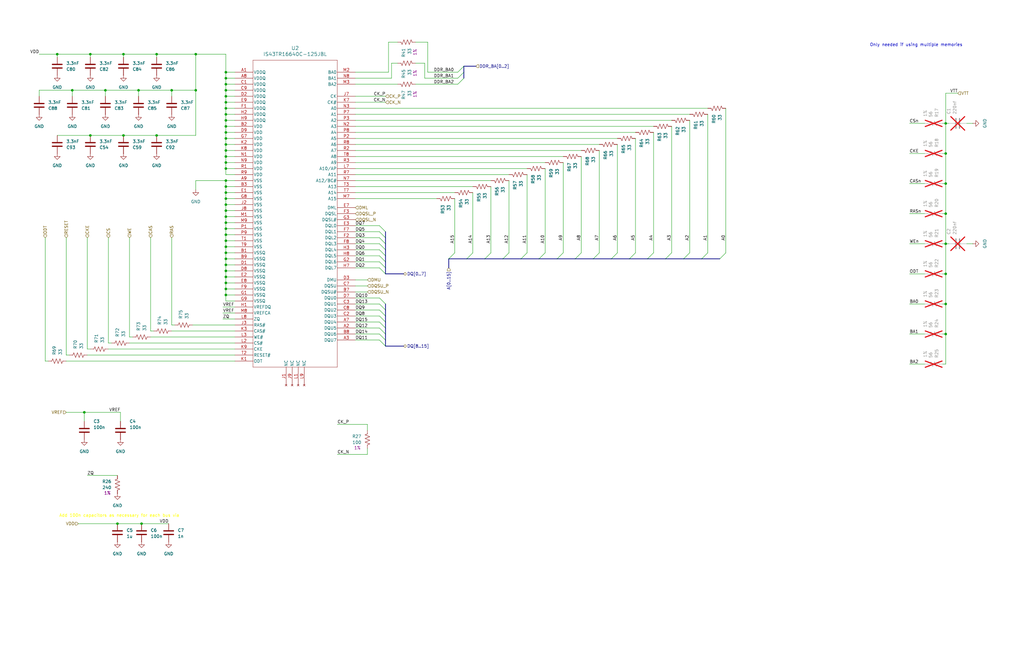
<source format=kicad_sch>
(kicad_sch (version 20231120) (generator "eeschema") (generator_version "8.0")
  (paper "B")
  (junction (at 95.25 111.76))
  (junction (at 95.25 50.8))
  (junction (at 95.25 99.06))
  (junction (at 95.25 83.82))
  (junction (at 95.25 68.58))
  (junction (at 95.25 121.92))
  (junction (at 95.25 106.68))
  (junction (at 95.25 101.6))
  (junction (at 95.25 30.48))
  (junction (at 95.25 40.64))
  (junction (at 72.39 38.1))
  (junction (at 35.56 173.99))
  (junction (at 398.78 115.57))
  (junction (at 95.25 76.2))
  (junction (at 44.45 38.1))
  (junction (at 95.25 78.74))
  (junction (at 38.1 22.86))
  (junction (at 95.25 48.26))
  (junction (at 95.25 96.52))
  (junction (at 30.48 38.1))
  (junction (at 398.78 64.77))
  (junction (at 38.1 57.15))
  (junction (at 95.25 119.38))
  (junction (at 95.25 38.1))
  (junction (at 66.04 22.86))
  (junction (at 95.25 58.42))
  (junction (at 95.25 43.18))
  (junction (at 66.04 57.15))
  (junction (at 95.25 104.14))
  (junction (at 398.78 77.47))
  (junction (at 398.78 90.17))
  (junction (at 95.25 53.34))
  (junction (at 95.25 35.56))
  (junction (at 52.07 22.86))
  (junction (at 95.25 55.88))
  (junction (at 95.25 114.3))
  (junction (at 398.78 140.97))
  (junction (at 95.25 91.44))
  (junction (at 52.07 57.15))
  (junction (at 95.25 33.02))
  (junction (at 95.25 81.28))
  (junction (at 95.25 66.04))
  (junction (at 58.42 38.1))
  (junction (at 398.78 128.27))
  (junction (at 49.53 220.98))
  (junction (at 82.55 22.86))
  (junction (at 95.25 71.12))
  (junction (at 95.25 88.9))
  (junction (at 82.55 38.1))
  (junction (at 398.78 102.87))
  (junction (at 59.69 220.98))
  (junction (at 398.78 52.07))
  (junction (at 95.25 63.5))
  (junction (at 95.25 86.36))
  (junction (at 95.25 124.46))
  (junction (at 95.25 45.72))
  (junction (at 95.25 116.84))
  (junction (at 24.13 22.86))
  (junction (at 95.25 60.96))
  (junction (at 95.25 93.98))
  (junction (at 95.25 109.22))
  (bus_entry (at 250.19 109.22) (size 2.54 -2.54))
  (bus_entry (at 212.09 109.22) (size 2.54 -2.54))
  (bus_entry (at 265.43 109.22) (size 2.54 -2.54))
  (bus_entry (at 162.56 107.95) (size -2.54 -2.54))
  (bus_entry (at 162.56 133.35) (size -2.54 -2.54))
  (bus_entry (at 227.33 109.22) (size 2.54 -2.54))
  (bus_entry (at 196.85 109.22) (size 2.54 -2.54))
  (bus_entry (at 273.05 109.22) (size 2.54 -2.54))
  (bus_entry (at 234.95 109.22) (size 2.54 -2.54))
  (bus_entry (at 162.56 102.87) (size -2.54 -2.54))
  (bus_entry (at 195.58 33.02) (size -2.54 2.54))
  (bus_entry (at 280.67 109.22) (size 2.54 -2.54))
  (bus_entry (at 219.71 109.22) (size 2.54 -2.54))
  (bus_entry (at 242.57 109.22) (size 2.54 -2.54))
  (bus_entry (at 162.56 97.79) (size -2.54 -2.54))
  (bus_entry (at 204.47 109.22) (size 2.54 -2.54))
  (bus_entry (at 195.58 27.94) (size -2.54 2.54))
  (bus_entry (at 162.56 128.27) (size -2.54 -2.54))
  (bus_entry (at 162.56 115.57) (size -2.54 -2.54))
  (bus_entry (at 162.56 143.51) (size -2.54 -2.54))
  (bus_entry (at 303.53 109.22) (size 2.54 -2.54))
  (bus_entry (at 162.56 140.97) (size -2.54 -2.54))
  (bus_entry (at 162.56 130.81) (size -2.54 -2.54))
  (bus_entry (at 162.56 110.49) (size -2.54 -2.54))
  (bus_entry (at 189.23 109.22) (size 2.54 -2.54))
  (bus_entry (at 288.29 109.22) (size 2.54 -2.54))
  (bus_entry (at 162.56 146.05) (size -2.54 -2.54))
  (bus_entry (at 162.56 100.33) (size -2.54 -2.54))
  (bus_entry (at 257.81 109.22) (size 2.54 -2.54))
  (bus_entry (at 162.56 138.43) (size -2.54 -2.54))
  (bus_entry (at 295.91 109.22) (size 2.54 -2.54))
  (bus_entry (at 162.56 105.41) (size -2.54 -2.54))
  (bus_entry (at 195.58 30.48) (size -2.54 2.54))
  (bus_entry (at 162.56 113.03) (size -2.54 -2.54))
  (bus_entry (at 162.56 135.89) (size -2.54 -2.54))
  (bus (pts (xy 162.56 100.33) (xy 162.56 102.87)))
  (wire (pts (xy 82.55 38.1) (xy 82.55 57.15)))
  (wire (pts (xy 163.83 30.48) (xy 149.86 30.48)))
  (wire (pts (xy 95.25 38.1) (xy 95.25 40.64)))
  (wire (pts (xy 149.86 107.95) (xy 160.02 107.95)))
  (wire (pts (xy 95.25 93.98) (xy 95.25 96.52)))
  (wire (pts (xy 397.51 52.07) (xy 398.78 52.07)))
  (wire (pts (xy 95.25 114.3) (xy 99.06 114.3)))
  (wire (pts (xy 397.51 90.17) (xy 398.78 90.17)))
  (wire (pts (xy 52.07 57.15) (xy 66.04 57.15)))
  (wire (pts (xy 267.97 58.42) (xy 267.97 106.68)))
  (wire (pts (xy 95.25 63.5) (xy 95.25 66.04)))
  (wire (pts (xy 398.78 39.37) (xy 398.78 52.07)))
  (wire (pts (xy 95.25 86.36) (xy 99.06 86.36)))
  (wire (pts (xy 165.1 33.02) (xy 149.86 33.02)))
  (wire (pts (xy 95.25 60.96) (xy 99.06 60.96)))
  (wire (pts (xy 398.78 140.97) (xy 398.78 153.67)))
  (wire (pts (xy 38.1 57.15) (xy 52.07 57.15)))
  (wire (pts (xy 95.25 83.82) (xy 99.06 83.82)))
  (bus (pts (xy 162.56 110.49) (xy 162.56 113.03)))
  (bus (pts (xy 227.33 109.22) (xy 234.95 109.22)))
  (wire (pts (xy 95.25 48.26) (xy 99.06 48.26)))
  (wire (pts (xy 95.25 91.44) (xy 99.06 91.44)))
  (wire (pts (xy 95.25 104.14) (xy 99.06 104.14)))
  (wire (pts (xy 72.39 100.33) (xy 72.39 137.16)))
  (wire (pts (xy 154.94 120.65) (xy 149.86 120.65)))
  (wire (pts (xy 95.25 104.14) (xy 95.25 106.68)))
  (wire (pts (xy 36.83 147.32) (xy 38.1 147.32)))
  (bus (pts (xy 288.29 109.22) (xy 295.91 109.22)))
  (bus (pts (xy 162.56 102.87) (xy 162.56 105.41)))
  (wire (pts (xy 72.39 38.1) (xy 82.55 38.1)))
  (wire (pts (xy 154.94 118.11) (xy 149.86 118.11)))
  (wire (pts (xy 383.54 77.47) (xy 389.89 77.47)))
  (wire (pts (xy 27.94 149.86) (xy 29.21 149.86)))
  (wire (pts (xy 398.78 90.17) (xy 398.78 102.87)))
  (wire (pts (xy 82.55 76.2) (xy 82.55 80.01)))
  (wire (pts (xy 149.86 45.72) (xy 298.45 45.72)))
  (wire (pts (xy 95.25 45.72) (xy 95.25 48.26)))
  (wire (pts (xy 95.25 124.46) (xy 99.06 124.46)))
  (wire (pts (xy 95.25 83.82) (xy 95.25 86.36)))
  (bus (pts (xy 162.56 140.97) (xy 162.56 138.43)))
  (bus (pts (xy 162.56 130.81) (xy 162.56 133.35)))
  (wire (pts (xy 99.06 121.92) (xy 95.25 121.92)))
  (wire (pts (xy 398.78 102.87) (xy 400.05 102.87)))
  (wire (pts (xy 149.86 53.34) (xy 275.59 53.34)))
  (wire (pts (xy 179.07 33.02) (xy 179.07 26.67)))
  (wire (pts (xy 81.28 137.16) (xy 99.06 137.16)))
  (wire (pts (xy 50.8 177.8) (xy 50.8 173.99)))
  (wire (pts (xy 30.48 38.1) (xy 16.51 38.1)))
  (wire (pts (xy 149.86 48.26) (xy 290.83 48.26)))
  (wire (pts (xy 30.48 38.1) (xy 30.48 40.64)))
  (wire (pts (xy 95.25 53.34) (xy 95.25 55.88)))
  (wire (pts (xy 95.25 99.06) (xy 99.06 99.06)))
  (wire (pts (xy 149.86 130.81) (xy 160.02 130.81)))
  (wire (pts (xy 149.86 113.03) (xy 160.02 113.03)))
  (wire (pts (xy 149.86 78.74) (xy 199.39 78.74)))
  (wire (pts (xy 149.86 35.56) (xy 167.64 35.56)))
  (wire (pts (xy 179.07 33.02) (xy 193.04 33.02)))
  (wire (pts (xy 38.1 22.86) (xy 38.1 24.13)))
  (wire (pts (xy 95.25 40.64) (xy 95.25 43.18)))
  (wire (pts (xy 63.5 139.7) (xy 64.77 139.7)))
  (wire (pts (xy 95.25 81.28) (xy 95.25 83.82)))
  (bus (pts (xy 212.09 109.22) (xy 219.71 109.22)))
  (wire (pts (xy 95.25 58.42) (xy 95.25 60.96)))
  (wire (pts (xy 383.54 140.97) (xy 389.89 140.97)))
  (wire (pts (xy 16.51 38.1) (xy 16.51 40.64)))
  (wire (pts (xy 180.34 17.78) (xy 180.34 30.48)))
  (wire (pts (xy 383.54 52.07) (xy 389.89 52.07)))
  (wire (pts (xy 95.25 53.34) (xy 99.06 53.34)))
  (wire (pts (xy 149.86 133.35) (xy 160.02 133.35)))
  (wire (pts (xy 27.94 100.33) (xy 27.94 149.86)))
  (wire (pts (xy 398.78 64.77) (xy 398.78 77.47)))
  (wire (pts (xy 383.54 128.27) (xy 389.89 128.27)))
  (wire (pts (xy 154.94 123.19) (xy 149.86 123.19)))
  (wire (pts (xy 397.51 128.27) (xy 398.78 128.27)))
  (wire (pts (xy 407.67 102.87) (xy 410.21 102.87)))
  (wire (pts (xy 397.51 77.47) (xy 398.78 77.47)))
  (wire (pts (xy 167.64 26.67) (xy 165.1 26.67)))
  (wire (pts (xy 95.25 22.86) (xy 95.25 30.48)))
  (wire (pts (xy 383.54 64.77) (xy 389.89 64.77)))
  (bus (pts (xy 162.56 140.97) (xy 162.56 143.51)))
  (wire (pts (xy 95.25 63.5) (xy 99.06 63.5)))
  (wire (pts (xy 149.86 50.8) (xy 283.21 50.8)))
  (wire (pts (xy 149.86 60.96) (xy 252.73 60.96)))
  (wire (pts (xy 95.25 50.8) (xy 99.06 50.8)))
  (wire (pts (xy 44.45 38.1) (xy 44.45 40.64)))
  (wire (pts (xy 95.25 55.88) (xy 99.06 55.88)))
  (wire (pts (xy 35.56 177.8) (xy 35.56 173.99)))
  (wire (pts (xy 199.39 81.28) (xy 199.39 106.68)))
  (wire (pts (xy 154.94 189.23) (xy 154.94 191.77)))
  (wire (pts (xy 95.25 88.9) (xy 95.25 91.44)))
  (wire (pts (xy 398.78 52.07) (xy 400.05 52.07)))
  (wire (pts (xy 95.25 106.68) (xy 99.06 106.68)))
  (wire (pts (xy 397.51 102.87) (xy 398.78 102.87)))
  (wire (pts (xy 49.53 200.66) (xy 36.83 200.66)))
  (wire (pts (xy 72.39 38.1) (xy 72.39 40.64)))
  (wire (pts (xy 149.86 105.41) (xy 160.02 105.41)))
  (bus (pts (xy 162.56 143.51) (xy 162.56 146.05)))
  (wire (pts (xy 95.25 86.36) (xy 95.25 88.9)))
  (wire (pts (xy 95.25 35.56) (xy 95.25 38.1)))
  (wire (pts (xy 298.45 48.26) (xy 298.45 106.68)))
  (wire (pts (xy 45.72 147.32) (xy 99.06 147.32)))
  (bus (pts (xy 273.05 109.22) (xy 280.67 109.22)))
  (wire (pts (xy 397.51 140.97) (xy 398.78 140.97)))
  (wire (pts (xy 149.86 63.5) (xy 245.11 63.5)))
  (wire (pts (xy 95.25 119.38) (xy 95.25 121.92)))
  (wire (pts (xy 95.25 43.18) (xy 95.25 45.72)))
  (wire (pts (xy 93.98 132.08) (xy 99.06 132.08)))
  (wire (pts (xy 290.83 50.8) (xy 290.83 106.68)))
  (wire (pts (xy 95.25 116.84) (xy 99.06 116.84)))
  (wire (pts (xy 82.55 76.2) (xy 95.25 76.2)))
  (wire (pts (xy 99.06 127) (xy 95.25 127)))
  (wire (pts (xy 95.25 35.56) (xy 99.06 35.56)))
  (wire (pts (xy 24.13 22.86) (xy 38.1 22.86)))
  (wire (pts (xy 214.63 76.2) (xy 214.63 106.68)))
  (wire (pts (xy 149.86 140.97) (xy 160.02 140.97)))
  (bus (pts (xy 295.91 109.22) (xy 303.53 109.22)))
  (wire (pts (xy 19.05 100.33) (xy 19.05 152.4)))
  (bus (pts (xy 162.56 135.89) (xy 162.56 138.43)))
  (wire (pts (xy 95.25 109.22) (xy 99.06 109.22)))
  (wire (pts (xy 245.11 66.04) (xy 245.11 106.68)))
  (wire (pts (xy 72.39 137.16) (xy 73.66 137.16)))
  (bus (pts (xy 170.18 146.05) (xy 162.56 146.05)))
  (wire (pts (xy 95.25 96.52) (xy 99.06 96.52)))
  (wire (pts (xy 16.51 22.86) (xy 24.13 22.86)))
  (wire (pts (xy 149.86 97.79) (xy 160.02 97.79)))
  (wire (pts (xy 149.86 143.51) (xy 160.02 143.51)))
  (wire (pts (xy 95.25 93.98) (xy 99.06 93.98)))
  (wire (pts (xy 95.25 66.04) (xy 99.06 66.04)))
  (wire (pts (xy 283.21 53.34) (xy 283.21 106.68)))
  (wire (pts (xy 149.86 58.42) (xy 260.35 58.42)))
  (wire (pts (xy 95.25 99.06) (xy 95.25 101.6)))
  (wire (pts (xy 95.25 45.72) (xy 99.06 45.72)))
  (wire (pts (xy 36.83 149.86) (xy 99.06 149.86)))
  (wire (pts (xy 149.86 73.66) (xy 214.63 73.66)))
  (wire (pts (xy 71.12 220.98) (xy 59.69 220.98)))
  (bus (pts (xy 162.56 97.79) (xy 162.56 100.33)))
  (wire (pts (xy 95.25 127) (xy 95.25 124.46)))
  (wire (pts (xy 95.25 55.88) (xy 95.25 58.42)))
  (wire (pts (xy 95.25 101.6) (xy 99.06 101.6)))
  (wire (pts (xy 149.86 102.87) (xy 160.02 102.87)))
  (wire (pts (xy 149.86 110.49) (xy 160.02 110.49)))
  (wire (pts (xy 163.83 30.48) (xy 163.83 17.78)))
  (wire (pts (xy 95.25 101.6) (xy 95.25 104.14)))
  (wire (pts (xy 163.83 17.78) (xy 167.64 17.78)))
  (bus (pts (xy 162.56 128.27) (xy 162.56 130.81)))
  (wire (pts (xy 149.86 71.12) (xy 222.25 71.12)))
  (wire (pts (xy 95.25 71.12) (xy 99.06 71.12)))
  (wire (pts (xy 52.07 22.86) (xy 52.07 24.13)))
  (wire (pts (xy 66.04 57.15) (xy 82.55 57.15)))
  (wire (pts (xy 27.94 152.4) (xy 99.06 152.4)))
  (bus (pts (xy 200.66 27.94) (xy 195.58 27.94)))
  (wire (pts (xy 275.59 55.88) (xy 275.59 106.68)))
  (wire (pts (xy 95.25 68.58) (xy 99.06 68.58)))
  (wire (pts (xy 36.83 100.33) (xy 36.83 147.32)))
  (wire (pts (xy 160.02 138.43) (xy 149.86 138.43)))
  (wire (pts (xy 44.45 38.1) (xy 30.48 38.1)))
  (wire (pts (xy 149.86 68.58) (xy 229.87 68.58)))
  (wire (pts (xy 58.42 38.1) (xy 72.39 38.1)))
  (wire (pts (xy 95.25 109.22) (xy 95.25 111.76)))
  (bus (pts (xy 242.57 109.22) (xy 250.19 109.22)))
  (wire (pts (xy 397.51 115.57) (xy 398.78 115.57)))
  (wire (pts (xy 63.5 100.33) (xy 63.5 139.7)))
  (bus (pts (xy 219.71 109.22) (xy 227.33 109.22)))
  (wire (pts (xy 175.26 17.78) (xy 180.34 17.78)))
  (bus (pts (xy 195.58 30.48) (xy 195.58 33.02)))
  (wire (pts (xy 160.02 135.89) (xy 149.86 135.89)))
  (wire (pts (xy 95.25 91.44) (xy 95.25 93.98)))
  (wire (pts (xy 95.25 50.8) (xy 95.25 53.34)))
  (wire (pts (xy 149.86 100.33) (xy 160.02 100.33)))
  (wire (pts (xy 165.1 26.67) (xy 165.1 33.02)))
  (wire (pts (xy 95.25 119.38) (xy 99.06 119.38)))
  (wire (pts (xy 149.86 125.73) (xy 160.02 125.73)))
  (wire (pts (xy 99.06 73.66) (xy 95.25 73.66)))
  (wire (pts (xy 397.51 153.67) (xy 398.78 153.67)))
  (wire (pts (xy 383.54 115.57) (xy 389.89 115.57)))
  (wire (pts (xy 93.98 129.54) (xy 99.06 129.54)))
  (wire (pts (xy 95.25 96.52) (xy 95.25 99.06)))
  (wire (pts (xy 95.25 71.12) (xy 95.25 73.66)))
  (wire (pts (xy 95.25 60.96) (xy 95.25 63.5)))
  (wire (pts (xy 95.25 33.02) (xy 95.25 35.56)))
  (wire (pts (xy 99.06 76.2) (xy 95.25 76.2)))
  (wire (pts (xy 95.25 106.68) (xy 95.25 109.22)))
  (wire (pts (xy 237.49 68.58) (xy 237.49 106.68)))
  (wire (pts (xy 52.07 22.86) (xy 66.04 22.86)))
  (wire (pts (xy 222.25 73.66) (xy 222.25 106.68)))
  (bus (pts (xy 195.58 27.94) (xy 195.58 30.48)))
  (wire (pts (xy 44.45 38.1) (xy 58.42 38.1)))
  (bus (pts (xy 280.67 109.22) (xy 288.29 109.22)))
  (wire (pts (xy 154.94 181.61) (xy 154.94 179.07)))
  (wire (pts (xy 54.61 144.78) (xy 99.06 144.78)))
  (wire (pts (xy 95.25 66.04) (xy 95.25 68.58)))
  (wire (pts (xy 397.51 64.77) (xy 398.78 64.77)))
  (wire (pts (xy 398.78 128.27) (xy 398.78 140.97)))
  (wire (pts (xy 58.42 40.64) (xy 58.42 38.1)))
  (wire (pts (xy 398.78 77.47) (xy 398.78 90.17)))
  (bus (pts (xy 170.18 115.57) (xy 162.56 115.57)))
  (wire (pts (xy 45.72 144.78) (xy 46.99 144.78)))
  (wire (pts (xy 398.78 52.07) (xy 398.78 64.77)))
  (bus (pts (xy 189.23 113.03) (xy 189.23 109.22)))
  (bus (pts (xy 162.56 107.95) (xy 162.56 110.49)))
  (wire (pts (xy 175.26 35.56) (xy 193.04 35.56)))
  (wire (pts (xy 95.25 88.9) (xy 99.06 88.9)))
  (wire (pts (xy 95.25 81.28) (xy 99.06 81.28)))
  (bus (pts (xy 162.56 105.41) (xy 162.56 107.95)))
  (bus (pts (xy 204.47 109.22) (xy 212.09 109.22)))
  (wire (pts (xy 54.61 100.33) (xy 54.61 142.24)))
  (bus (pts (xy 162.56 113.03) (xy 162.56 115.57)))
  (bus (pts (xy 196.85 109.22) (xy 204.47 109.22)))
  (wire (pts (xy 95.25 38.1) (xy 99.06 38.1)))
  (wire (pts (xy 142.24 179.07) (xy 154.94 179.07)))
  (bus (pts (xy 250.19 109.22) (xy 257.81 109.22)))
  (wire (pts (xy 260.35 60.96) (xy 260.35 106.68)))
  (wire (pts (xy 82.55 22.86) (xy 95.25 22.86)))
  (bus (pts (xy 162.56 133.35) (xy 162.56 135.89)))
  (wire (pts (xy 24.13 22.86) (xy 24.13 24.13)))
  (wire (pts (xy 72.39 139.7) (xy 99.06 139.7)))
  (wire (pts (xy 95.25 76.2) (xy 95.25 78.74)))
  (wire (pts (xy 407.67 52.07) (xy 410.21 52.07)))
  (wire (pts (xy 95.25 78.74) (xy 99.06 78.74)))
  (wire (pts (xy 149.86 81.28) (xy 191.77 81.28)))
  (wire (pts (xy 95.25 68.58) (xy 95.25 71.12)))
  (wire (pts (xy 49.53 220.98) (xy 59.69 220.98)))
  (wire (pts (xy 63.5 142.24) (xy 99.06 142.24)))
  (wire (pts (xy 95.25 30.48) (xy 95.25 33.02)))
  (wire (pts (xy 54.61 142.24) (xy 55.88 142.24)))
  (wire (pts (xy 66.04 22.86) (xy 66.04 24.13)))
  (wire (pts (xy 33.02 220.98) (xy 49.53 220.98)))
  (wire (pts (xy 27.94 173.99) (xy 35.56 173.99)))
  (wire (pts (xy 95.25 78.74) (xy 95.25 81.28)))
  (wire (pts (xy 45.72 100.33) (xy 45.72 144.78)))
  (wire (pts (xy 19.05 152.4) (xy 20.32 152.4)))
  (bus (pts (xy 234.95 109.22) (xy 242.57 109.22)))
  (wire (pts (xy 162.56 43.18) (xy 149.86 43.18)))
  (wire (pts (xy 398.78 102.87) (xy 398.78 115.57)))
  (wire (pts (xy 50.8 173.99) (xy 35.56 173.99)))
  (wire (pts (xy 398.78 115.57) (xy 398.78 128.27)))
  (wire (pts (xy 383.54 102.87) (xy 389.89 102.87)))
  (wire (pts (xy 383.54 90.17) (xy 389.89 90.17)))
  (bus (pts (xy 189.23 109.22) (xy 196.85 109.22)))
  (wire (pts (xy 95.25 116.84) (xy 95.25 119.38)))
  (wire (pts (xy 162.56 40.64) (xy 149.86 40.64)))
  (wire (pts (xy 95.25 43.18) (xy 99.06 43.18)))
  (wire (pts (xy 95.25 111.76) (xy 95.25 114.3)))
  (wire (pts (xy 95.25 40.64) (xy 99.06 40.64)))
  (wire (pts (xy 142.24 191.77) (xy 154.94 191.77)))
  (wire (pts (xy 149.86 95.25) (xy 160.02 95.25)))
  (wire (pts (xy 149.86 128.27) (xy 160.02 128.27)))
  (wire (pts (xy 66.04 22.86) (xy 82.55 22.86)))
  (wire (pts (xy 252.73 63.5) (xy 252.73 106.68)))
  (wire (pts (xy 24.13 57.15) (xy 38.1 57.15)))
  (bus (pts (xy 257.81 109.22) (xy 265.43 109.22)))
  (bus (pts (xy 265.43 109.22) (xy 273.05 109.22)))
  (wire (pts (xy 229.87 71.12) (xy 229.87 106.68)))
  (wire (pts (xy 191.77 83.82) (xy 191.77 106.68)))
  (wire (pts (xy 149.86 83.82) (xy 184.15 83.82)))
  (wire (pts (xy 38.1 22.86) (xy 52.07 22.86)))
  (wire (pts (xy 82.55 22.86) (xy 82.55 38.1)))
  (wire (pts (xy 180.34 30.48) (xy 193.04 30.48)))
  (wire (pts (xy 149.86 76.2) (xy 207.01 76.2)))
  (wire (pts (xy 95.25 48.26) (xy 95.25 50.8)))
  (wire (pts (xy 95.25 121.92) (xy 95.25 124.46)))
  (wire (pts (xy 306.07 45.72) (xy 306.07 106.68)))
  (wire (pts (xy 383.54 153.67) (xy 389.89 153.67)))
  (wire (pts (xy 95.25 58.42) (xy 99.06 58.42)))
  (wire (pts (xy 95.25 30.48) (xy 99.06 30.48)))
  (wire (pts (xy 398.78 39.37) (xy 403.86 39.37)))
  (wire (pts (xy 179.07 26.67) (xy 175.26 26.67)))
  (wire (pts (xy 93.98 134.62) (xy 99.06 134.62)))
  (wire (pts (xy 207.01 78.74) (xy 207.01 106.68)))
  (wire (pts (xy 95.25 33.02) (xy 99.06 33.02)))
  (wire (pts (xy 95.25 111.76) (xy 99.06 111.76)))
  (wire (pts (xy 149.86 66.04) (xy 237.49 66.04)))
  (wire (pts (xy 149.86 55.88) (xy 267.97 55.88)))
  (wire (pts (xy 95.25 114.3) (xy 95.25 116.84)))
  (text "Add 100n capacitors as necessary for each bus via" (at 50.292 217.678 0) (effects (font (size 1.27 1.27))))
  (text "Only needed if using multiple memories" (at 386.334 19.05 0) (effects (font (size 1.27 1.27))))
  (label "DQ15" (at 149.86 135.89 0))
  (label "DQ14" (at 149.86 140.97 0))
  (label "DQ4" (at 149.86 102.87 0))
  (label "A14" (at 199.39 99.06 270))
  (label "BA0" (at 383.54 128.27 0))
  (label "VDD" (at 71.12 220.98 180))
  (label "WEn" (at 383.54 102.87 0))
  (label "CSn" (at 383.54 52.07 0))
  (label "A5" (at 267.97 99.06 270))
  (label "A13" (at 207.01 99.06 270))
  (label "A12" (at 214.63 99.06 270))
  (label "CKE" (at 383.54 64.77 0))
  (label "VREF" (at 93.98 129.54 0))
  (label "DQ6" (at 149.86 107.95 0))
  (label "DDR_BA1" (at 182.88 33.02 0))
  (label "A6" (at 260.35 99.06 270))
  (label "CASn" (at 383.54 77.47 0))
  (label "BA1" (at 383.54 140.97 0))
  (label "DQ2" (at 149.86 113.03 0))
  (label "RASn" (at 383.54 90.17 0))
  (label "BA2" (at 383.54 153.67 0))
  (label "DQ11" (at 149.86 143.51 0))
  (label "CK_N" (at 142.24 191.77 0))
  (label "ZQ" (at 93.98 134.62 0))
  (label "ODT" (at 383.54 115.57 0))
  (label "A1" (at 298.45 99.06 270))
  (label "VREF" (at 50.8 173.99 180))
  (label "ZQ" (at 36.83 200.66 0))
  (label "DQ7" (at 149.86 95.25 0))
  (label "CK_N" (at 162.56 43.18 180))
  (label "DQ3" (at 149.86 100.33 0))
  (label "DQ10" (at 149.86 125.73 0))
  (label "DQ8" (at 149.86 133.35 0))
  (label "VTT" (at 403.86 39.37 180))
  (label "VREF" (at 93.98 132.08 0))
  (label "A11" (at 222.25 99.06 270))
  (label "A7" (at 252.73 99.06 270))
  (label "A15" (at 191.77 99.06 270))
  (label "A10" (at 229.87 99.06 270))
  (label "A4" (at 275.59 99.06 270))
  (label "DQ1" (at 149.86 110.49 0))
  (label "A8" (at 245.11 99.06 270))
  (label "DQ5" (at 149.86 97.79 0))
  (label "A2" (at 290.83 99.06 270))
  (label "DQ9" (at 149.86 130.81 0))
  (label "A0" (at 306.07 99.06 270))
  (label "A3" (at 283.21 99.06 270))
  (label "CK_P" (at 142.24 179.07 0))
  (label "DQ0" (at 149.86 105.41 0))
  (label "A9" (at 237.49 99.06 270))
  (label "DDR_BA0" (at 182.88 30.48 0))
  (label "VDD" (at 16.51 22.86 180))
  (label "DQ13" (at 149.86 128.27 0))
  (label "DDR_BA2" (at 182.88 35.56 0))
  (label "CK_P" (at 162.56 40.64 180))
  (label "DQ12" (at 149.86 138.43 0))
  (hierarchical_label "DQ[0..7]" (shape bidirectional) (at 170.18 115.57 0))
  (hierarchical_label "DQSU_N" (shape input) (at 154.94 123.19 0))
  (hierarchical_label "A[0..15]" (shape input) (at 189.23 113.03 270))
  (hierarchical_label "RAS" (shape input) (at 72.39 100.33 90))
  (hierarchical_label "CKE" (shape input) (at 36.83 100.33 90))
  (hierarchical_label "WE" (shape input) (at 54.61 100.33 90))
  (hierarchical_label "DMU" (shape input) (at 154.94 118.11 0))
  (hierarchical_label "DQSL_N" (shape input) (at 149.86 92.71 0))
  (hierarchical_label "DQSL_P" (shape input) (at 149.86 90.17 0))
  (hierarchical_label "CS" (shape input) (at 45.72 100.33 90))
  (hierarchical_label "VTT" (shape input) (at 403.86 39.37 0))
  (hierarchical_label "ODT" (shape input) (at 19.05 100.33 90))
  (hierarchical_label "VDD" (shape input) (at 33.02 220.98 180))
  (hierarchical_label "DQSU_P" (shape input) (at 154.94 120.65 0))
  (hierarchical_label "DDR_BA[0..2]" (shape input) (at 200.66 27.94 0))
  (hierarchical_label "CK_N" (shape input) (at 162.56 43.18 0))
  (hierarchical_label "CK_P" (shape input) (at 162.56 40.64 0))
  (hierarchical_label "DQ[8..15]" (shape bidirectional) (at 170.18 146.05 0))
  (hierarchical_label "VREF" (shape input) (at 27.94 173.99 180))
  (hierarchical_label "DML" (shape input) (at 149.86 87.63 0))
  (hierarchical_label "RESET" (shape input) (at 27.94 100.33 90))
  (hierarchical_label "CAS" (shape input) (at 63.5 100.33 90))
  (symbol (lib_id "power:GND") (at 38.1 31.75 0) (unit 1)
    (property "Reference" "#PWR060" (effects (hide yes)))
    (property "Value" "GND" (at 38.1 36.83 0))
    (property "Description" "Power symbol creates a global label with name \"GND\" , ground" (effects (hide yes)))
  )
  (symbol (lib_id "power:GND") (at 66.04 64.77 0) (unit 1)
    (property "Reference" "#PWR0147" (effects (hide yes)))
    (property "Value" "GND" (at 66.04 69.85 0))
    (property "Description" "Power symbol creates a global label with name \"GND\" , ground" (effects (hide yes)))
  )
  (symbol (lib_id "SparkFun-Capacitor:C") (at 403.86 102.87 90) (unit 1) (on_board no) (dnp yes)
    (property "Reference" "C2" (at 400.0499 99.06 0) (effects (justify left)))
    (property "Value" "220nf" (at 402.5899 99.06 0) (effects (justify left)))
    (property "Footprint" "TBD" (effects (hide yes)))
    (property "Description" "Unpolarized capacitor" (effects (hide yes)))
    (property "PROD_ID" "CAP-00000" (effects (hide yes)))
  )
  (symbol (lib_id "SparkFun-Capacitor:C") (at 16.51 44.45 0) (unit 1)
    (property "Reference" "C88" (at 20.32 45.72 0) (effects (justify left)))
    (property "Value" "3.3nF" (at 20.32 43.1799 0) (effects (justify left)))
    (property "Footprint" "Capacitor_SMD:C_0201_0603Metric" (effects (hide yes)))
  )
  (symbol (lib_id "SparkFun-Resistor:R") (at 187.96 83.82 0) (mirror y) (unit 1)
    (property "Reference" "R53" (at 186.6899 86.36 90) (effects (justify right)))
    (property "Value" "33" (at 189.2299 86.36 90) (effects (justify right)))
    (property "Footprint" "Resistor_SMD:R_0402_1005Metric" (effects (hide yes)))
    (property "Description" "Resistor" (effects (hide yes)))
    (property "Precision" "1%" (effects (hide yes)))
  )
  (symbol (lib_id "SparkFun-Resistor:R") (at 393.7 128.27 0) (mirror x) (unit 1) (on_board no) (dnp yes)
    (property "Reference" "R23" (at 394.9701 125.73 90) (effects (justify right)))
    (property "Value" "56" (at 392.4301 125.73 90) (effects (justify right)))
    (property "Description" "Resistor" (effects (hide yes)))
    (property "Precision" "1%" (at 390.144 125.476 90) (effects (justify right)))
  )
  (symbol (lib_id "SparkFun-Resistor:R") (at 287.02 50.8 0) (mirror y) (unit 1)
    (property "Reference" "R62" (at 285.7499 53.34 90) (effects (justify right)))
    (property "Value" "33" (at 288.2899 53.34 90) (effects (justify right)))
    (property "Footprint" "Resistor_SMD:R_0402_1005Metric" (effects (hide yes)))
    (property "Description" "Resistor" (effects (hide yes)))
    (property "Precision" "1%" (effects (hide yes)))
  )
  (symbol (lib_id "power:GND") (at 16.51 48.26 0) (unit 1)
    (property "Reference" "#PWR0252" (effects (hide yes)))
    (property "Value" "GND" (at 16.51 53.34 0))
    (property "Description" "Power symbol creates a global label with name \"GND\" , ground" (effects (hide yes)))
  )
  (symbol (lib_id "SparkFun-Capacitor:C") (at 38.1 27.94 0) (unit 1)
    (property "Reference" "C82" (at 41.91 29.21 0) (effects (justify left)))
    (property "Value" "3.3nF" (at 41.91 26.6699 0) (effects (justify left)))
    (property "Footprint" "Capacitor_SMD:C_0201_0603Metric" (effects (hide yes)))
  )
  (symbol (lib_id "SparkFun-Capacitor:C") (at 403.86 52.07 90) (unit 1) (on_board no) (dnp yes)
    (property "Reference" "C1" (at 400.0499 48.26 0) (effects (justify left)))
    (property "Value" "220nf" (at 402.5899 48.26 0) (effects (justify left)))
    (property "Footprint" "TBD" (effects (hide yes)))
    (property "Description" "Unpolarized capacitor" (effects (hide yes)))
    (property "PROD_ID" "CAP-00000" (effects (hide yes)))
  )
  (symbol (lib_id "SparkFun-Capacitor:C") (at 35.56 181.61 0) (unit 1)
    (property "Reference" "C3" (at 39.37 177.7999 0) (effects (justify left)))
    (property "Value" "100n" (at 39.37 180.3399 0) (effects (justify left)))
    (property "Footprint" "Capacitor_SMD:C_0201_0603Metric" (effects (hide yes)))
    (property "Description" "Unpolarized capacitor" (effects (hide yes)))
    (property "PROD_ID" "CAP-00000" (effects (hide yes)))
  )
  (symbol (lib_id "SparkFun-Capacitor:C") (at 49.53 224.79 0) (unit 1)
    (property "Reference" "C5" (at 53.34 223.774 0) (effects (justify left)))
    (property "Value" "1u" (at 53.34 226.314 0) (effects (justify left)))
    (property "Footprint" "Capacitor_SMD:C_0402_1005Metric" (effects (hide yes)))
    (property "Datasheet" "https://cdn.sparkfun.com/assets/8/a/4/a/5/Kemet_Capacitor_Datasheet.pdf" (effects (hide yes)))
    (property "Description" "Unpolarized capacitor" (effects (hide yes)))
    (property "PROD_ID" "CAP-00000" (effects (hide yes)))
  )
  (symbol (lib_id "power:GND") (at 410.21 102.87 90) (unit 1)
    (property "Reference" "#PWR056" (effects (hide yes)))
    (property "Value" "GND" (at 415.29 102.87 0))
    (property "Description" "Power symbol creates a global label with name \"GND\" , ground" (effects (hide yes)))
  )
  (symbol (lib_id "SparkFun-Resistor:R") (at 171.45 17.78 0) (mirror y) (unit 1)
    (property "Reference" "R41" (at 170.1799 20.32 90) (effects (justify right)))
    (property "Value" "33" (at 172.7199 20.32 90) (effects (justify right)))
    (property "Footprint" "Resistor_SMD:R_0201_0603Metric" (effects (hide yes)))
    (property "Description" "Resistor" (effects (hide yes)))
    (property "Precision" "1%" (at 175.006 20.574 90) (effects (justify right)))
  )
  (symbol (lib_id "SparkFun-Resistor:R") (at 302.26 45.72 0) (mirror y) (unit 1)
    (property "Reference" "R60" (at 300.9899 48.26 90) (effects (justify right)))
    (property "Value" "33" (at 303.5299 48.26 90) (effects (justify right)))
    (property "Footprint" "Resistor_SMD:R_0402_1005Metric" (effects (hide yes)))
    (property "Description" "Resistor" (effects (hide yes)))
    (property "Precision" "1%" (effects (hide yes)))
  )
  (symbol (lib_id "SparkFun-Resistor:R") (at 226.06 71.12 0) (mirror y) (unit 1)
    (property "Reference" "R58" (at 224.7899 73.66 90) (effects (justify right)))
    (property "Value" "33" (at 227.3299 73.66 90) (effects (justify right)))
    (property "Footprint" "Resistor_SMD:R_0402_1005Metric" (effects (hide yes)))
    (property "Description" "Resistor" (effects (hide yes)))
    (property "Precision" "1%" (effects (hide yes)))
  )
  (symbol (lib_id "SparkFun-Capacitor:C") (at 66.04 27.94 0) (unit 1)
    (property "Reference" "C86" (at 69.85 29.21 0) (effects (justify left)))
    (property "Value" "3.3nF" (at 69.85 26.6699 0) (effects (justify left)))
    (property "Footprint" "Capacitor_SMD:C_0201_0603Metric" (effects (hide yes)))
  )
  (symbol (lib_id "SparkFun-Capacitor:C") (at 59.69 224.79 0) (unit 1)
    (property "Reference" "C6" (at 63.5 223.774 0) (effects (justify left)))
    (property "Value" "100n" (at 63.5 226.314 0) (effects (justify left)))
    (property "Footprint" "Capacitor_SMD:C_0402_1005Metric" (effects (hide yes)))
    (property "Description" "Unpolarized capacitor" (effects (hide yes)))
    (property "PROD_ID" "CAP-00000" (effects (hide yes)))
  )
  (symbol (lib_id "power:GND") (at 66.04 31.75 0) (unit 1)
    (property "Reference" "#PWR0247" (effects (hide yes)))
    (property "Value" "GND" (at 66.04 36.83 0))
    (property "Description" "Power symbol creates a global label with name \"GND\" , ground" (effects (hide yes)))
  )
  (symbol (lib_id "SparkFun-Resistor:R") (at 210.82 76.2 0) (mirror y) (unit 1)
    (property "Reference" "R56" (at 209.5499 78.74 90) (effects (justify right)))
    (property "Value" "33" (at 212.0899 78.74 90) (effects (justify right)))
    (property "Footprint" "Resistor_SMD:R_0402_1005Metric" (effects (hide yes)))
    (property "Description" "Resistor" (effects (hide yes)))
    (property "Precision" "1%" (effects (hide yes)))
  )
  (symbol (lib_id "SparkFun-Resistor:R") (at 233.68 68.58 0) (mirror y) (unit 1)
    (property "Reference" "R59" (at 232.4099 71.12 90) (effects (justify right)))
    (property "Value" "33" (at 234.9499 71.12 90) (effects (justify right)))
    (property "Footprint" "Resistor_SMD:R_0402_1005Metric" (effects (hide yes)))
    (property "Description" "Resistor" (effects (hide yes)))
    (property "Precision" "1%" (effects (hide yes)))
  )
  (symbol (lib_id "SparkFun-Resistor:R") (at 68.58 139.7 180) (unit 1)
    (property "Reference" "R74" (at 67.3099 137.16 90) (effects (justify right)))
    (property "Value" "33" (at 69.8499 137.16 90) (effects (justify right)))
    (property "Footprint" "Resistor_SMD:R_0402_1005Metric" (effects (hide yes)))
    (property "Description" "Resistor" (effects (hide yes)))
    (property "Precision" "1%" (effects (hide yes)))
  )
  (symbol (lib_id "SparkFun-Resistor:R") (at 195.58 81.28 0) (mirror y) (unit 1)
    (property "Reference" "R54" (at 194.3099 83.82 90) (effects (justify right)))
    (property "Value" "33" (at 196.8499 83.82 90) (effects (justify right)))
    (property "Footprint" "Resistor_SMD:R_0402_1005Metric" (effects (hide yes)))
    (property "Description" "Resistor" (effects (hide yes)))
    (property "Precision" "1%" (effects (hide yes)))
  )
  (symbol (lib_id "SparkFun-Resistor:R") (at 271.78 55.88 0) (mirror y) (unit 1)
    (property "Reference" "R64" (at 270.5099 58.42 90) (effects (justify right)))
    (property "Value" "33" (at 273.0499 58.42 90) (effects (justify right)))
    (property "Footprint" "Resistor_SMD:R_0402_1005Metric" (effects (hide yes)))
    (property "Description" "Resistor" (effects (hide yes)))
    (property "Precision" "1%" (effects (hide yes)))
  )
  (symbol (lib_id "power:GND") (at 71.12 228.6 0) (unit 1)
    (property "Reference" "#PWR064" (effects (hide yes)))
    (property "Value" "GND" (at 71.12 233.68 0))
    (property "Description" "Power symbol creates a global label with name \"GND\" , ground" (effects (hide yes)))
  )
  (symbol (lib_id "power:GND") (at 59.69 228.6 0) (unit 1)
    (property "Reference" "#PWR063" (effects (hide yes)))
    (property "Value" "GND" (at 59.69 233.68 0))
    (property "Description" "Power symbol creates a global label with name \"GND\" , ground" (effects (hide yes)))
  )
  (symbol (lib_id "power:GND") (at 52.07 64.77 0) (unit 1)
    (property "Reference" "#PWR093" (effects (hide yes)))
    (property "Value" "GND" (at 52.07 69.85 0))
    (property "Description" "Power symbol creates a global label with name \"GND\" , ground" (effects (hide yes)))
  )
  (symbol (lib_id "power:GND") (at 72.39 48.26 0) (unit 1)
    (property "Reference" "#PWR0248" (effects (hide yes)))
    (property "Value" "GND" (at 72.39 53.34 0))
    (property "Description" "Power symbol creates a global label with name \"GND\" , ground" (effects (hide yes)))
  )
  (symbol (lib_id "SparkFun-Resistor:R") (at 393.7 77.47 0) (mirror x) (unit 1) (on_board no) (dnp yes)
    (property "Reference" "R19" (at 394.9701 74.93 90) (effects (justify right)))
    (property "Value" "56" (at 392.4301 74.93 90) (effects (justify right)))
    (property "Description" "Resistor" (effects (hide yes)))
    (property "Precision" "1%" (at 390.144 74.676 90) (effects (justify right)))
  )
  (symbol (lib_id "SparkFun-Resistor:R") (at 264.16 58.42 0) (mirror y) (unit 1)
    (property "Reference" "R65" (at 262.8899 60.96 90) (effects (justify right)))
    (property "Value" "33" (at 265.4299 60.96 90) (effects (justify right)))
    (property "Footprint" "Resistor_SMD:R_0402_1005Metric" (effects (hide yes)))
    (property "Description" "Resistor" (effects (hide yes)))
    (property "Precision" "1%" (effects (hide yes)))
  )
  (symbol (lib_id "SparkFun-Resistor:R") (at 203.2 78.74 0) (mirror y) (unit 1)
    (property "Reference" "R55" (at 201.9299 81.28 90) (effects (justify right)))
    (property "Value" "33" (at 204.4699 81.28 90) (effects (justify right)))
    (property "Footprint" "Resistor_SMD:R_0402_1005Metric" (effects (hide yes)))
    (property "Description" "Resistor" (effects (hide yes)))
    (property "Precision" "1%" (effects (hide yes)))
  )
  (symbol (lib_id "SparkFun-Resistor:R") (at 248.92 63.5 0) (mirror y) (unit 1)
    (property "Reference" "R68" (at 247.6499 66.04 90) (effects (justify right)))
    (property "Value" "33" (at 250.1899 66.04 90) (effects (justify right)))
    (property "Footprint" "Resistor_SMD:R_0402_1005Metric" (effects (hide yes)))
    (property "Description" "Resistor" (effects (hide yes)))
    (property "Precision" "1%" (effects (hide yes)))
  )
  (symbol (lib_id "SparkFun-Resistor:R") (at 24.13 152.4 180) (unit 1)
    (property "Reference" "R69" (at 22.8599 149.86 90) (effects (justify right)))
    (property "Value" "33" (at 25.3999 149.86 90) (effects (justify right)))
    (property "Footprint" "Resistor_SMD:R_0402_1005Metric" (effects (hide yes)))
    (property "Description" "Resistor" (effects (hide yes)))
    (property "Precision" "1%" (effects (hide yes)))
  )
  (symbol (lib_id "SparkFun-Capacitor:C") (at 38.1 60.96 0) (unit 1)
    (property "Reference" "C54" (at 41.91 62.23 0) (effects (justify left)))
    (property "Value" "3.3nF" (at 41.91 59.6899 0) (effects (justify left)))
    (property "Footprint" "Capacitor_SMD:C_0201_0603Metric" (effects (hide yes)))
  )
  (symbol (lib_id "power:GND") (at 24.13 31.75 0) (unit 1)
    (property "Reference" "#PWR059" (effects (hide yes)))
    (property "Value" "GND" (at 24.13 36.83 0))
    (property "Description" "Power symbol creates a global label with name \"GND\" , ground" (effects (hide yes)))
  )
  (symbol (lib_id "SparkFun-Resistor:R") (at 393.7 102.87 0) (mirror x) (unit 1) (on_board no) (dnp yes)
    (property "Reference" "R21" (at 394.9701 100.33 90) (effects (justify right)))
    (property "Value" "56" (at 392.4301 100.33 90) (effects (justify right)))
    (property "Description" "Resistor" (effects (hide yes)))
    (property "Precision" "1%" (at 390.144 100.076 90) (effects (justify right)))
  )
  (symbol (lib_id "SparkFun-Resistor:R") (at 241.3 66.04 0) (mirror y) (unit 1)
    (property "Reference" "R67" (at 240.0299 68.58 90) (effects (justify right)))
    (property "Value" "33" (at 242.5699 68.58 90) (effects (justify right)))
    (property "Footprint" "Resistor_SMD:R_0402_1005Metric" (effects (hide yes)))
    (property "Description" "Resistor" (effects (hide yes)))
    (property "Precision" "1%" (effects (hide yes)))
  )
  (symbol (lib_id "power:GND") (at 410.21 52.07 90) (unit 1)
    (property "Reference" "#PWR055" (effects (hide yes)))
    (property "Value" "GND" (at 415.29 52.07 0))
    (property "Description" "Power symbol creates a global label with name \"GND\" , ground" (effects (hide yes)))
  )
  (symbol (lib_id "SparkFun-Resistor:R") (at 171.45 26.67 0) (mirror y) (unit 1)
    (property "Reference" "R45" (at 170.1799 29.21 90) (effects (justify right)))
    (property "Value" "33" (at 172.7199 29.21 90) (effects (justify right)))
    (property "Footprint" "Resistor_SMD:R_0201_0603Metric" (effects (hide yes)))
    (property "Description" "Resistor" (effects (hide yes)))
    (property "Precision" "1%" (at 175.006 29.464 90) (effects (justify right)))
  )
  (symbol (lib_id "SparkFun-Resistor:R") (at 59.69 142.24 180) (unit 1)
    (property "Reference" "R73" (at 58.4199 139.7 90) (effects (justify right)))
    (property "Value" "33" (at 60.9599 139.7 90) (effects (justify right)))
    (property "Footprint" "Resistor_SMD:R_0402_1005Metric" (effects (hide yes)))
    (property "Description" "Resistor" (effects (hide yes)))
    (property "Precision" "1%" (effects (hide yes)))
  )
  (symbol (lib_id "power:GND") (at 50.8 185.42 0) (unit 1)
    (property "Reference" "#PWR058" (effects (hide yes)))
    (property "Value" "GND" (at 50.8 190.5 0))
    (property "Description" "Power symbol creates a global label with name \"GND\" , ground" (effects (hide yes)))
  )
  (symbol (lib_id "IS43TR16640C_125JBL:IS43TR16640C-125JBL") (at 99.06 30.48 0) (unit 1)
    (property "Reference" "U2" (at 124.46 20.32 0) (effects (font (size 1.524 1.524))))
    (property "Value" "IS43TR16640C-125JBL" (at 124.46 22.86 0) (effects (font (size 1.524 1.524))))
    (property "Footprint" "footprints:TW-BGA96L_9X13X1.2_ISI" (effects (hide yes)))
    (property "Datasheet" "IS43TR16640C-125JBL" (effects (hide yes)))
  )
  (symbol (lib_id "SparkFun-Resistor:R") (at 50.8 144.78 180) (unit 1)
    (property "Reference" "R72" (at 49.5299 142.24 90) (effects (justify right)))
    (property "Value" "33" (at 52.0699 142.24 90) (effects (justify right)))
    (property "Footprint" "Resistor_SMD:R_0402_1005Metric" (effects (hide yes)))
    (property "Description" "Resistor" (effects (hide yes)))
    (property "Precision" "1%" (effects (hide yes)))
  )
  (symbol (lib_id "SparkFun-Resistor:R") (at 393.7 64.77 0) (mirror x) (unit 1) (on_board no) (dnp yes)
    (property "Reference" "R18" (at 394.9701 62.23 90) (effects (justify right)))
    (property "Value" "56" (at 392.4301 62.23 90) (effects (justify right)))
    (property "Description" "Resistor" (effects (hide yes)))
    (property "Precision" "1%" (at 390.144 61.976 90) (effects (justify right)))
  )
  (symbol (lib_id "SparkFun-Resistor:R") (at 393.7 90.17 0) (mirror x) (unit 1) (on_board no) (dnp yes)
    (property "Reference" "R20" (at 394.9701 87.63 90) (effects (justify right)))
    (property "Value" "56" (at 392.4301 87.63 90) (effects (justify right)))
    (property "Description" "Resistor" (effects (hide yes)))
    (property "Precision" "1%" (at 390.144 87.376 90) (effects (justify right)))
  )
  (symbol (lib_id "SparkFun-Capacitor:C") (at 52.07 27.94 0) (unit 1)
    (property "Reference" "C84" (at 55.88 29.21 0) (effects (justify left)))
    (property "Value" "3.3nF" (at 55.88 26.6699 0) (effects (justify left)))
    (property "Footprint" "Capacitor_SMD:C_0201_0603Metric" (effects (hide yes)))
  )
  (symbol (lib_id "SparkFun-Resistor:R") (at 279.4 53.34 0) (mirror y) (unit 1)
    (property "Reference" "R63" (at 278.1299 55.88 90) (effects (justify right)))
    (property "Value" "33" (at 280.6699 55.88 90) (effects (justify right)))
    (property "Footprint" "Resistor_SMD:R_0402_1005Metric" (effects (hide yes)))
    (property "Description" "Resistor" (effects (hide yes)))
    (property "Precision" "1%" (effects (hide yes)))
  )
  (symbol (lib_id "SparkFun-Resistor:R") (at 41.91 147.32 180) (unit 1)
    (property "Reference" "R71" (at 40.6399 144.78 90) (effects (justify right)))
    (property "Value" "33" (at 43.1799 144.78 90) (effects (justify right)))
    (property "Footprint" "Resistor_SMD:R_0402_1005Metric" (effects (hide yes)))
    (property "Description" "Resistor" (effects (hide yes)))
    (property "Precision" "1%" (effects (hide yes)))
  )
  (symbol (lib_id "SparkFun-Capacitor:C") (at 58.42 44.45 0) (unit 1)
    (property "Reference" "C85" (at 62.23 45.72 0) (effects (justify left)))
    (property "Value" "3.3nF" (at 62.23 43.1799 0) (effects (justify left)))
    (property "Footprint" "Capacitor_SMD:C_0201_0603Metric" (effects (hide yes)))
  )
  (symbol (lib_id "SparkFun-Resistor:R") (at 256.54 60.96 0) (mirror y) (unit 1)
    (property "Reference" "R66" (at 255.2699 63.5 90) (effects (justify right)))
    (property "Value" "33" (at 257.8099 63.5 90) (effects (justify right)))
    (property "Footprint" "Resistor_SMD:R_0402_1005Metric" (effects (hide yes)))
    (property "Description" "Resistor" (effects (hide yes)))
    (property "Precision" "1%" (effects (hide yes)))
  )
  (symbol (lib_id "SparkFun-Resistor:R") (at 49.53 204.47 270) (mirror x) (unit 1)
    (property "Reference" "R26" (at 46.99 203.1999 90) (effects (justify right)))
    (property "Value" "240" (at 46.99 205.7399 90) (effects (justify right)))
    (property "Footprint" "Resistor_SMD:R_0201_0603Metric" (effects (hide yes)))
    (property "Description" "Resistor" (effects (hide yes)))
    (property "Precision" "1%" (at 46.736 208.026 90) (effects (justify right)))
  )
  (symbol (lib_id "power:GND") (at 24.13 64.77 0) (unit 1)
    (property "Reference" "#PWR0257" (effects (hide yes)))
    (property "Value" "GND" (at 24.13 69.85 0))
    (property "Description" "Power symbol creates a global label with name \"GND\" , ground" (effects (hide yes)))
  )
  (symbol (lib_id "SparkFun-Capacitor:C") (at 72.39 44.45 0) (unit 1)
    (property "Reference" "C87" (at 76.2 45.72 0) (effects (justify left)))
    (property "Value" "3.3nF" (at 76.2 43.1799 0) (effects (justify left)))
    (property "Footprint" "Capacitor_SMD:C_0201_0603Metric" (effects (hide yes)))
  )
  (symbol (lib_id "SparkFun-Resistor:R") (at 218.44 73.66 0) (mirror y) (unit 1)
    (property "Reference" "R57" (at 217.1699 76.2 90) (effects (justify right)))
    (property "Value" "33" (at 219.7099 76.2 90) (effects (justify right)))
    (property "Footprint" "Resistor_SMD:R_0402_1005Metric" (effects (hide yes)))
    (property "Description" "Resistor" (effects (hide yes)))
    (property "Precision" "1%" (effects (hide yes)))
  )
  (symbol (lib_id "SparkFun-Capacitor:C") (at 71.12 224.79 0) (unit 1)
    (property "Reference" "C7" (at 74.93 223.774 0) (effects (justify left)))
    (property "Value" "1n" (at 74.93 226.314 0) (effects (justify left)))
    (property "Footprint" "Capacitor_SMD:C_0201_0603Metric" (effects (hide yes)))
    (property "Description" "Unpolarized capacitor" (effects (hide yes)))
    (property "PROD_ID" "CAP-00000" (effects (hide yes)))
  )
  (symbol (lib_id "SparkFun-Capacitor:C") (at 24.13 27.94 0) (unit 1)
    (property "Reference" "C80" (at 27.94 29.21 0) (effects (justify left)))
    (property "Value" "3.3nF" (at 27.94 26.6699 0) (effects (justify left)))
    (property "Footprint" "Capacitor_SMD:C_0201_0603Metric" (effects (hide yes)))
  )
  (symbol (lib_id "SparkFun-Capacitor:C") (at 44.45 44.45 0) (unit 1)
    (property "Reference" "C83" (at 48.26 45.72 0) (effects (justify left)))
    (property "Value" "3.3nF" (at 48.26 43.1799 0) (effects (justify left)))
    (property "Footprint" "Capacitor_SMD:C_0201_0603Metric" (effects (hide yes)))
  )
  (symbol (lib_id "power:GND") (at 82.55 80.01 0) (unit 1)
    (property "Reference" "#PWR08" (effects (hide yes)))
    (property "Value" "GND" (at 82.55 85.09 0))
    (property "Description" "Power symbol creates a global label with name \"GND\" , ground" (effects (hide yes)))
  )
  (symbol (lib_id "power:GND") (at 49.53 228.6 0) (unit 1)
    (property "Reference" "#PWR062" (effects (hide yes)))
    (property "Value" "GND" (at 49.53 233.68 0))
    (property "Description" "Power symbol creates a global label with name \"GND\" , ground" (effects (hide yes)))
  )
  (symbol (lib_id "SparkFun-Resistor:R") (at 171.45 35.56 0) (mirror y) (unit 1)
    (property "Reference" "R47" (at 170.1799 38.1 90) (effects (justify right)))
    (property "Value" "33" (at 172.7199 38.1 90) (effects (justify right)))
    (property "Footprint" "Resistor_SMD:R_0201_0603Metric" (effects (hide yes)))
    (property "Description" "Resistor" (effects (hide yes)))
    (property "Precision" "1%" (at 175.006 38.354 90) (effects (justify right)))
  )
  (symbol (lib_id "SparkFun-Resistor:R") (at 33.02 149.86 180) (unit 1)
    (property "Reference" "R70" (at 31.7499 147.32 90) (effects (justify right)))
    (property "Value" "33" (at 34.2899 147.32 90) (effects (justify right)))
    (property "Footprint" "Resistor_SMD:R_0402_1005Metric" (effects (hide yes)))
    (property "Description" "Resistor" (effects (hide yes)))
    (property "Precision" "1%" (effects (hide yes)))
  )
  (symbol (lib_id "power:GND") (at 58.42 48.26 0) (unit 1)
    (property "Reference" "#PWR0249" (effects (hide yes)))
    (property "Value" "GND" (at 58.42 53.34 0))
    (property "Description" "Power symbol creates a global label with name \"GND\" , ground" (effects (hide yes)))
  )
  (symbol (lib_id "SparkFun-Resistor:R") (at 393.7 52.07 0) (mirror x) (unit 1) (on_board no) (dnp yes)
    (property "Reference" "R17" (at 394.9701 49.53 90) (effects (justify right)))
    (property "Value" "56" (at 392.4301 49.53 90) (effects (justify right)))
    (property "Description" "Resistor" (effects (hide yes)))
    (property "Precision" "1%" (at 390.144 49.276 90) (effects (justify right)))
  )
  (symbol (lib_id "power:GND") (at 38.1 64.77 0) (unit 1)
    (property "Reference" "#PWR092" (effects (hide yes)))
    (property "Value" "GND" (at 38.1 69.85 0))
    (property "Description" "Power symbol creates a global label with name \"GND\" , ground" (effects (hide yes)))
  )
  (symbol (lib_id "power:GND") (at 30.48 48.26 0) (unit 1)
    (property "Reference" "#PWR0251" (effects (hide yes)))
    (property "Value" "GND" (at 30.48 53.34 0))
    (property "Description" "Power symbol creates a global label with name \"GND\" , ground" (effects (hide yes)))
  )
  (symbol (lib_id "power:GND") (at 44.45 48.26 0) (unit 1)
    (property "Reference" "#PWR0250" (effects (hide yes)))
    (property "Value" "GND" (at 44.45 53.34 0))
    (property "Description" "Power symbol creates a global label with name \"GND\" , ground" (effects (hide yes)))
  )
  (symbol (lib_id "SparkFun-Capacitor:C") (at 66.04 60.96 0) (unit 1)
    (property "Reference" "C92" (at 69.85 62.23 0) (effects (justify left)))
    (property "Value" "3.3nF" (at 69.85 59.6899 0) (effects (justify left)))
    (property "Footprint" "Capacitor_SMD:C_0201_0603Metric" (effects (hide yes)))
  )
  (symbol (lib_id "SparkFun-Resistor:R") (at 393.7 115.57 0) (mirror x) (unit 1) (on_board no) (dnp yes)
    (property "Reference" "R22" (at 394.9701 113.03 90) (effects (justify right)))
    (property "Value" "56" (at 392.4301 113.03 90) (effects (justify right)))
    (property "Description" "Resistor" (effects (hide yes)))
    (property "Precision" "1%" (at 390.144 112.776 90) (effects (justify right)))
  )
  (symbol (lib_id "SparkFun-Resistor:R") (at 154.94 185.42 270) (mirror x) (unit 1)
    (property "Reference" "R27" (at 152.4 184.1499 90) (effects (justify right)))
    (property "Value" "100" (at 152.4 186.6899 90) (effects (justify right)))
    (property "Footprint" "Resistor_SMD:R_0201_0603Metric" (effects (hide yes)))
    (property "Description" "Resistor" (effects (hide yes)))
    (property "Precision" "1%" (at 152.146 188.976 90) (effects (justify right)))
  )
  (symbol (lib_id "SparkFun-Resistor:R") (at 77.47 137.16 180) (unit 1)
    (property "Reference" "R75" (at 76.1999 134.62 90) (effects (justify right)))
    (property "Value" "33" (at 78.7399 134.62 90) (effects (justify right)))
    (property "Footprint" "Resistor_SMD:R_0402_1005Metric" (effects (hide yes)))
    (property "Description" "Resistor" (effects (hide yes)))
    (property "Precision" "1%" (effects (hide yes)))
  )
  (symbol (lib_id "power:GND") (at 35.56 185.42 0) (unit 1)
    (property "Reference" "#PWR057" (effects (hide yes)))
    (property "Value" "GND" (at 35.56 190.5 0))
    (property "Description" "Power symbol creates a global label with name \"GND\" , ground" (effects (hide yes)))
  )
  (symbol (lib_id "SparkFun-Capacitor:C") (at 24.13 60.96 0) (unit 1)
    (property "Reference" "C93" (at 27.94 62.23 0) (effects (justify left)))
    (property "Value" "3.3nF" (at 27.94 59.6899 0) (effects (justify left)))
    (property "Footprint" "Capacitor_SMD:C_0201_0603Metric" (effects (hide yes)))
  )
  (symbol (lib_id "SparkFun-Capacitor:C") (at 30.48 44.45 0) (unit 1)
    (property "Reference" "C81" (at 34.29 45.72 0) (effects (justify left)))
    (property "Value" "3.3nF" (at 34.29 43.1799 0) (effects (justify left)))
    (property "Footprint" "Capacitor_SMD:C_0201_0603Metric" (effects (hide yes)))
  )
  (symbol (lib_id "SparkFun-Capacitor:C") (at 50.8 181.61 0) (unit 1)
    (property "Reference" "C4" (at 54.61 177.7999 0) (effects (justify left)))
    (property "Value" "100n" (at 54.61 180.3399 0) (effects (justify left)))
    (property "Footprint" "Capacitor_SMD:C_0201_0603Metric" (effects (hide yes)))
    (property "Description" "Unpolarized capacitor" (effects (hide yes)))
    (property "PROD_ID" "CAP-00000" (effects (hide yes)))
  )
  (symbol (lib_id "SparkFun-Resistor:R") (at 294.64 48.26 0) (mirror y) (unit 1)
    (property "Reference" "R61" (at 293.3699 50.8 90) (effects (justify right)))
    (property "Value" "33" (at 295.9099 50.8 90) (effects (justify right)))
    (property "Footprint" "Resistor_SMD:R_0402_1005Metric" (effects (hide yes)))
    (property "Description" "Resistor" (effects (hide yes)))
    (property "Precision" "1%" (effects (hide yes)))
  )
  (symbol (lib_id "power:GND") (at 49.53 208.28 0) (mirror y) (unit 1)
    (property "Reference" "#PWR061" (effects (hide yes)))
    (property "Value" "GND" (at 49.53 213.36 0))
    (property "Description" "Power symbol creates a global label with name \"GND\" , ground" (effects (hide yes)))
  )
  (symbol (lib_id "SparkFun-Resistor:R") (at 393.7 140.97 0) (mirror x) (unit 1) (on_board no) (dnp yes)
    (property "Reference" "R24" (at 394.9701 138.43 90) (effects (justify right)))
    (property "Value" "56" (at 392.4301 138.43 90) (effects (justify right)))
    (property "Description" "Resistor" (effects (hide yes)))
    (property "Precision" "1%" (at 390.144 138.176 90) (effects (justify right)))
  )
  (symbol (lib_id "SparkFun-Resistor:R") (at 393.7 153.67 0) (mirror x) (unit 1) (on_board no) (dnp yes)
    (property "Reference" "R25" (at 394.9701 151.13 90) (effects (justify right)))
    (property "Value" "56" (at 392.4301 151.13 90) (effects (justify right)))
    (property "Description" "Resistor" (effects (hide yes)))
    (property "Precision" "1%" (at 390.144 150.876 90) (effects (justify right)))
  )
  (symbol (lib_id "SparkFun-Capacitor:C") (at 52.07 60.96 0) (unit 1)
    (property "Reference" "C59" (at 55.88 62.23 0) (effects (justify left)))
    (property "Value" "3.3nF" (at 55.88 59.6899 0) (effects (justify left)))
    (property "Footprint" "Capacitor_SMD:C_0201_0603Metric" (effects (hide yes)))
  )
  (symbol (lib_id "power:GND") (at 52.07 31.75 0) (unit 1)
    (property "Reference" "#PWR0246" (effects (hide yes)))
    (property "Value" "GND" (at 52.07 36.83 0))
    (property "Description" "Power symbol creates a global label with name \"GND\" , ground" (effects (hide yes)))
  )
)
</source>
